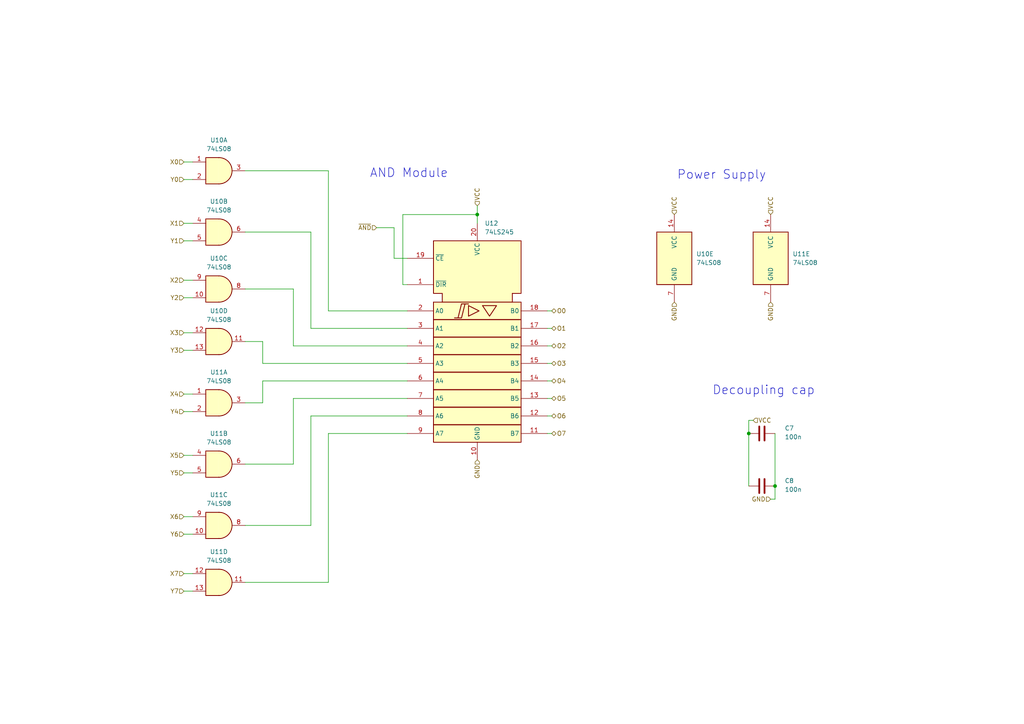
<source format=kicad_sch>
(kicad_sch (version 20250114) (generator "eeschema") (generator_version "9.0")
  (paper "A4")
  (lib_symbols
    (symbol "74xx:74LS08" (pin_names (offset 1.016))
      (property "Reference" "U" (at 0 1.27 0))
      (property "Value" "74LS08" (at 0 -1.27 0))
      (symbol "74LS08_1_1"
        (arc (start 0 3.81) (mid 3.7934 0) (end 0 -3.81) (stroke (width 0.254)) (fill (type background)))
        (polyline (pts (xy 0 3.81) (xy -3.81 3.81) (xy -3.81 -3.81) (xy 0 -3.81)) (stroke (width 0.254)) (fill (type background)))
        (pin input line (at -7.62 2.54 0) (length 3.81) (name "~") (number "1"))
        (pin input line (at -7.62 -2.54 0) (length 3.81) (name "~") (number "2"))
        (pin output line (at 7.62 0 180) (length 3.81) (name "~") (number "3"))
      )
      (symbol "74LS08_1_2"
        (arc (start -3.81 3.81) (mid -2.589 0) (end -3.81 -3.81) (stroke (width 0.254)))
        (polyline (pts (xy -3.81 3.81) (xy -0.635 3.81)) (stroke (width 0.254)) (fill (type background)))
        (polyline (pts (xy -3.81 -3.81) (xy -0.635 -3.81)) (stroke (width 0.254)) (fill (type background)))
        (arc (start 3.81 0) (mid 2.1855 -2.584) (end -0.6096 -3.81) (stroke (width 0.254)) (fill (type background)))
        (arc (start -0.6096 3.81) (mid 2.1928 2.5924) (end 3.81 0) (stroke (width 0.254)) (fill (type background)))
        (polyline (pts (xy -0.635 3.81) (xy -3.81 3.81) (xy -3.81 3.81) (xy -3.556 3.4036) (xy -3.0226 2.2606) (xy -2.6924 1.0414) (xy -2.6162 -0.254) (xy -2.7686 -1.4986) (xy -3.175 -2.7178) (xy -3.81 -3.81) (xy -3.81 -3.81) (xy -0.635 -3.81)) (stroke (width -25.4)) (fill (type background)))
        (pin input inverted (at -7.62 2.54 0) (length 4.318) (name "~") (number "1"))
        (pin input inverted (at -7.62 -2.54 0) (length 4.318) (name "~") (number "2"))
        (pin output inverted (at 7.62 0 180) (length 3.81) (name "~") (number "3"))
      )
      (symbol "74LS08_2_1"
        (arc (start 0 3.81) (mid 3.7934 0) (end 0 -3.81) (stroke (width 0.254)) (fill (type background)))
        (polyline (pts (xy 0 3.81) (xy -3.81 3.81) (xy -3.81 -3.81) (xy 0 -3.81)) (stroke (width 0.254)) (fill (type background)))
        (pin input line (at -7.62 2.54 0) (length 3.81) (name "~") (number "4"))
        (pin input line (at -7.62 -2.54 0) (length 3.81) (name "~") (number "5"))
        (pin output line (at 7.62 0 180) (length 3.81) (name "~") (number "6"))
      )
      (symbol "74LS08_2_2"
        (arc (start -3.81 3.81) (mid -2.589 0) (end -3.81 -3.81) (stroke (width 0.254)))
        (polyline (pts (xy -3.81 3.81) (xy -0.635 3.81)) (stroke (width 0.254)) (fill (type background)))
        (polyline (pts (xy -3.81 -3.81) (xy -0.635 -3.81)) (stroke (width 0.254)) (fill (type background)))
        (arc (start 3.81 0) (mid 2.1855 -2.584) (end -0.6096 -3.81) (stroke (width 0.254)) (fill (type background)))
        (arc (start -0.6096 3.81) (mid 2.1928 2.5924) (end 3.81 0) (stroke (width 0.254)) (fill (type background)))
        (polyline (pts (xy -0.635 3.81) (xy -3.81 3.81) (xy -3.81 3.81) (xy -3.556 3.4036) (xy -3.0226 2.2606) (xy -2.6924 1.0414) (xy -2.6162 -0.254) (xy -2.7686 -1.4986) (xy -3.175 -2.7178) (xy -3.81 -3.81) (xy -3.81 -3.81) (xy -0.635 -3.81)) (stroke (width -25.4)) (fill (type background)))
        (pin input inverted (at -7.62 2.54 0) (length 4.318) (name "~") (number "4"))
        (pin input inverted (at -7.62 -2.54 0) (length 4.318) (name "~") (number "5"))
        (pin output inverted (at 7.62 0 180) (length 3.81) (name "~") (number "6"))
      )
      (symbol "74LS08_3_1"
        (arc (start 0 3.81) (mid 3.7934 0) (end 0 -3.81) (stroke (width 0.254)) (fill (type background)))
        (polyline (pts (xy 0 3.81) (xy -3.81 3.81) (xy -3.81 -3.81) (xy 0 -3.81)) (stroke (width 0.254)) (fill (type background)))
        (pin input line (at -7.62 2.54 0) (length 3.81) (name "~") (number "9"))
        (pin input line (at -7.62 -2.54 0) (length 3.81) (name "~") (number "10"))
        (pin output line (at 7.62 0 180) (length 3.81) (name "~") (number "8"))
      )
      (symbol "74LS08_3_2"
        (arc (start -3.81 3.81) (mid -2.589 0) (end -3.81 -3.81) (stroke (width 0.254)))
        (polyline (pts (xy -3.81 3.81) (xy -0.635 3.81)) (stroke (width 0.254)) (fill (type background)))
        (polyline (pts (xy -3.81 -3.81) (xy -0.635 -3.81)) (stroke (width 0.254)) (fill (type background)))
        (arc (start 3.81 0) (mid 2.1855 -2.584) (end -0.6096 -3.81) (stroke (width 0.254)) (fill (type background)))
        (arc (start -0.6096 3.81) (mid 2.1928 2.5924) (end 3.81 0) (stroke (width 0.254)) (fill (type background)))
        (polyline (pts (xy -0.635 3.81) (xy -3.81 3.81) (xy -3.81 3.81) (xy -3.556 3.4036) (xy -3.0226 2.2606) (xy -2.6924 1.0414) (xy -2.6162 -0.254) (xy -2.7686 -1.4986) (xy -3.175 -2.7178) (xy -3.81 -3.81) (xy -3.81 -3.81) (xy -0.635 -3.81)) (stroke (width -25.4)) (fill (type background)))
        (pin input inverted (at -7.62 2.54 0) (length 4.318) (name "~") (number "9"))
        (pin input inverted (at -7.62 -2.54 0) (length 4.318) (name "~") (number "10"))
        (pin output inverted (at 7.62 0 180) (length 3.81) (name "~") (number "8"))
      )
      (symbol "74LS08_4_1"
        (arc (start 0 3.81) (mid 3.7934 0) (end 0 -3.81) (stroke (width 0.254)) (fill (type background)))
        (polyline (pts (xy 0 3.81) (xy -3.81 3.81) (xy -3.81 -3.81) (xy 0 -3.81)) (stroke (width 0.254)) (fill (type background)))
        (pin input line (at -7.62 2.54 0) (length 3.81) (name "~") (number "12"))
        (pin input line (at -7.62 -2.54 0) (length 3.81) (name "~") (number "13"))
        (pin output line (at 7.62 0 180) (length 3.81) (name "~") (number "11"))
      )
      (symbol "74LS08_4_2"
        (arc (start -3.81 3.81) (mid -2.589 0) (end -3.81 -3.81) (stroke (width 0.254)))
        (polyline (pts (xy -3.81 3.81) (xy -0.635 3.81)) (stroke (width 0.254)) (fill (type background)))
        (polyline (pts (xy -3.81 -3.81) (xy -0.635 -3.81)) (stroke (width 0.254)) (fill (type background)))
        (arc (start 3.81 0) (mid 2.1855 -2.584) (end -0.6096 -3.81) (stroke (width 0.254)) (fill (type background)))
        (arc (start -0.6096 3.81) (mid 2.1928 2.5924) (end 3.81 0) (stroke (width 0.254)) (fill (type background)))
        (polyline (pts (xy -0.635 3.81) (xy -3.81 3.81) (xy -3.81 3.81) (xy -3.556 3.4036) (xy -3.0226 2.2606) (xy -2.6924 1.0414) (xy -2.6162 -0.254) (xy -2.7686 -1.4986) (xy -3.175 -2.7178) (xy -3.81 -3.81) (xy -3.81 -3.81) (xy -0.635 -3.81)) (stroke (width -25.4)) (fill (type background)))
        (pin input inverted (at -7.62 2.54 0) (length 4.318) (name "~") (number "12"))
        (pin input inverted (at -7.62 -2.54 0) (length 4.318) (name "~") (number "13"))
        (pin output inverted (at 7.62 0 180) (length 3.81) (name "~") (number "11"))
      )
      (symbol "74LS08_5_0"
        (pin power_in line (at 0 12.7 270) (length 5.08) (name "VCC") (number "14"))
        (pin power_in line (at 0 -12.7 90) (length 5.08) (name "GND") (number "7"))
      )
      (symbol "74LS08_5_1"
        (rectangle (start -5.08 7.62) (end 5.08 -7.62) (stroke (width 0.254)) (fill (type background)))
      )
    )
    (symbol "74xx_IEEE:74LS245"
      (property "Reference" "U" (at 15.24 25.4 0))
      (property "Value" "74LS245" (at 5.08 -30.48 0))
      (symbol "74LS245_0_0"
        (polyline (pts (xy -6.604 10.668) (xy -4.572 10.668) (xy -3.556 14.732) (xy -2.54 14.732) (xy -4.572 14.732) (xy -5.588 10.668) (xy -5.588 10.668)) (stroke (width 0.254)) (fill (type background)))
        (polyline (pts (xy -2.54 14.224) (xy -2.54 11.176) (xy 0.508 12.7) (xy -2.54 14.224) (xy -2.54 14.224)) (stroke (width 0.254)) (fill (type background)))
        (polyline (pts (xy 1.524 14.224) (xy 5.588 14.224) (xy 3.556 11.176) (xy 1.524 14.224) (xy 1.524 14.224)) (stroke (width 0.254)) (fill (type background)))
        (pin power_in line (at 0 38.1 270) (length 5.08) (name "VCC") (number "20"))
        (pin power_in line (at 0 -30.48 90) (length 5.08) (name "GND") (number "10"))
      )
      (symbol "74LS245_0_1"
        (rectangle (start -12.7 15.24) (end 12.7 10.16) (stroke (width 0.254)) (fill (type background)))
        (rectangle (start -12.7 10.16) (end 12.7 5.08) (stroke (width 0.254)) (fill (type background)))
        (rectangle (start -12.7 5.08) (end 12.7 0) (stroke (width 0.254)) (fill (type background)))
        (rectangle (start -12.7 0) (end 12.7 -5.08) (stroke (width 0.254)) (fill (type background)))
        (rectangle (start -12.7 -5.08) (end 12.7 -10.16) (stroke (width 0.254)) (fill (type background)))
        (rectangle (start -12.7 -10.16) (end 12.7 -15.24) (stroke (width 0.254)) (fill (type background)))
        (rectangle (start -12.7 -15.24) (end 12.7 -20.32) (stroke (width 0.254)) (fill (type background)))
        (rectangle (start -12.7 -20.32) (end 12.7 -25.4) (stroke (width 0.254)) (fill (type background)))
        (polyline (pts (xy -10.16 15.24) (xy -10.16 17.78) (xy -12.7 17.78) (xy -12.7 33.02) (xy 12.7 33.02) (xy 12.7 17.78) (xy 10.16 17.78) (xy 10.16 15.24) (xy 10.16 15.24)) (stroke (width 0.254)) (fill (type background)))
      )
      (symbol "74LS245_1_1"
        (pin input line (at -20.32 27.94 0) (length 7.62) (name "~{CE}") (number "19"))
        (pin input line (at -20.32 20.32 0) (length 7.62) (name "~{DIR}") (number "1"))
        (pin tri_state line (at -20.32 12.7 0) (length 7.62) (name "A0") (number "2"))
        (pin tri_state line (at -20.32 7.62 0) (length 7.62) (name "A1") (number "3"))
        (pin tri_state line (at -20.32 2.54 0) (length 7.62) (name "A2") (number "4"))
        (pin tri_state line (at -20.32 -2.54 0) (length 7.62) (name "A3") (number "5"))
        (pin tri_state line (at -20.32 -7.62 0) (length 7.62) (name "A4") (number "6"))
        (pin tri_state line (at -20.32 -12.7 0) (length 7.62) (name "A5") (number "7"))
        (pin tri_state line (at -20.32 -17.78 0) (length 7.62) (name "A6") (number "8"))
        (pin tri_state line (at -20.32 -22.86 0) (length 7.62) (name "A7") (number "9"))
        (pin tri_state line (at 20.32 12.7 180) (length 7.62) (name "B0") (number "18"))
        (pin tri_state line (at 20.32 7.62 180) (length 7.62) (name "B1") (number "17"))
        (pin tri_state line (at 20.32 2.54 180) (length 7.62) (name "B2") (number "16"))
        (pin tri_state line (at 20.32 -2.54 180) (length 7.62) (name "B3") (number "15"))
        (pin tri_state line (at 20.32 -7.62 180) (length 7.62) (name "B4") (number "14"))
        (pin tri_state line (at 20.32 -12.7 180) (length 7.62) (name "B5") (number "13"))
        (pin tri_state line (at 20.32 -17.78 180) (length 7.62) (name "B6") (number "12"))
        (pin tri_state line (at 20.32 -22.86 180) (length 7.62) (name "B7") (number "11"))
      )
    )
    (symbol "Device:C" (pin_numbers (hide yes)) (pin_names (offset 0.254))
      (property "Reference" "C" (at 0.635 2.54 0))
      (property "Value" "C" (at 0.635 -2.54 0))
      (symbol "C_0_1"
        (polyline (pts (xy -2.032 0.762) (xy 2.032 0.762)) (stroke (width 0.508)))
        (polyline (pts (xy -2.032 -0.762) (xy 2.032 -0.762)) (stroke (width 0.508)))
      )
      (symbol "C_1_1"
        (pin passive line (at 0 3.81 270) (length 2.794) (name "~") (number "1"))
        (pin passive line (at 0 -3.81 90) (length 2.794) (name "~") (number "2"))
      )
    )
  )
  (text "AND Module" (at 118.618 50.292 0) (effects (font (size 2.54 2.54))))
  (text "Power Supply" (at 209.296 50.8 0) (effects (font (size 2.54 2.54))))
  (text "Decoupling cap" (at 221.488 113.284 0) (effects (font (size 2.54 2.54))))
  (junction (at 224.79 140.97))
  (junction (at 138.43 62.23))
  (junction (at 217.17 125.73))
  (wire (pts (xy 53.34 46.99) (xy 55.88 46.99)))
  (wire (pts (xy 85.09 100.33) (xy 118.11 100.33)))
  (wire (pts (xy 53.34 81.28) (xy 55.88 81.28)))
  (wire (pts (xy 116.84 62.23) (xy 138.43 62.23)))
  (wire (pts (xy 158.75 105.41) (xy 160.02 105.41)))
  (wire (pts (xy 95.25 125.73) (xy 118.11 125.73)))
  (wire (pts (xy 53.34 69.85) (xy 55.88 69.85)))
  (wire (pts (xy 158.75 90.17) (xy 160.02 90.17)))
  (wire (pts (xy 158.75 110.49) (xy 160.02 110.49)))
  (wire (pts (xy 158.75 125.73) (xy 160.02 125.73)))
  (wire (pts (xy 114.3 66.04) (xy 114.3 74.93)))
  (wire (pts (xy 53.34 114.3) (xy 55.88 114.3)))
  (wire (pts (xy 53.34 96.52) (xy 55.88 96.52)))
  (wire (pts (xy 71.12 116.84) (xy 76.2 116.84)))
  (wire (pts (xy 116.84 62.23) (xy 116.84 82.55)))
  (wire (pts (xy 71.12 152.4) (xy 90.17 152.4)))
  (wire (pts (xy 71.12 168.91) (xy 95.25 168.91)))
  (wire (pts (xy 217.17 125.73) (xy 217.17 140.97)))
  (wire (pts (xy 53.34 137.16) (xy 55.88 137.16)))
  (wire (pts (xy 217.17 121.92) (xy 217.17 125.73)))
  (wire (pts (xy 95.25 168.91) (xy 95.25 125.73)))
  (wire (pts (xy 114.3 74.93) (xy 118.11 74.93)))
  (wire (pts (xy 71.12 134.62) (xy 85.09 134.62)))
  (wire (pts (xy 218.44 121.92) (xy 217.17 121.92)))
  (wire (pts (xy 158.75 120.65) (xy 160.02 120.65)))
  (wire (pts (xy 95.25 49.53) (xy 95.25 90.17)))
  (wire (pts (xy 109.22 66.04) (xy 114.3 66.04)))
  (wire (pts (xy 53.34 64.77) (xy 55.88 64.77)))
  (wire (pts (xy 76.2 116.84) (xy 76.2 110.49)))
  (wire (pts (xy 53.34 171.45) (xy 55.88 171.45)))
  (wire (pts (xy 85.09 115.57) (xy 118.11 115.57)))
  (wire (pts (xy 90.17 120.65) (xy 90.17 152.4)))
  (wire (pts (xy 116.84 82.55) (xy 118.11 82.55)))
  (wire (pts (xy 71.12 99.06) (xy 76.2 99.06)))
  (wire (pts (xy 53.34 132.08) (xy 55.88 132.08)))
  (wire (pts (xy 224.79 140.97) (xy 224.79 144.78)))
  (wire (pts (xy 138.43 62.23) (xy 138.43 64.77)))
  (wire (pts (xy 53.34 166.37) (xy 55.88 166.37)))
  (wire (pts (xy 138.43 59.69) (xy 138.43 62.23)))
  (wire (pts (xy 53.34 119.38) (xy 55.88 119.38)))
  (wire (pts (xy 90.17 95.25) (xy 90.17 67.31)))
  (wire (pts (xy 224.79 125.73) (xy 224.79 140.97)))
  (wire (pts (xy 118.11 95.25) (xy 90.17 95.25)))
  (wire (pts (xy 85.09 134.62) (xy 85.09 115.57)))
  (wire (pts (xy 95.25 90.17) (xy 118.11 90.17)))
  (wire (pts (xy 76.2 105.41) (xy 118.11 105.41)))
  (wire (pts (xy 76.2 99.06) (xy 76.2 105.41)))
  (wire (pts (xy 71.12 49.53) (xy 95.25 49.53)))
  (wire (pts (xy 71.12 83.82) (xy 85.09 83.82)))
  (wire (pts (xy 118.11 120.65) (xy 90.17 120.65)))
  (wire (pts (xy 53.34 52.07) (xy 55.88 52.07)))
  (wire (pts (xy 76.2 110.49) (xy 118.11 110.49)))
  (wire (pts (xy 85.09 83.82) (xy 85.09 100.33)))
  (wire (pts (xy 53.34 86.36) (xy 55.88 86.36)))
  (wire (pts (xy 223.52 144.78) (xy 224.79 144.78)))
  (wire (pts (xy 158.75 115.57) (xy 160.02 115.57)))
  (wire (pts (xy 53.34 101.6) (xy 55.88 101.6)))
  (wire (pts (xy 71.12 67.31) (xy 90.17 67.31)))
  (wire (pts (xy 53.34 154.94) (xy 55.88 154.94)))
  (wire (pts (xy 53.34 149.86) (xy 55.88 149.86)))
  (wire (pts (xy 158.75 100.33) (xy 160.02 100.33)))
  (wire (pts (xy 158.75 95.25) (xy 160.02 95.25)))
  (hierarchical_label "O7" (shape tri_state) (at 160.02 125.73 0))
  (hierarchical_label "Y4" (shape input) (at 53.34 119.38 180))
  (hierarchical_label "GND" (shape input) (at 223.52 87.63 270))
  (hierarchical_label "X5" (shape input) (at 53.34 132.08 180))
  (hierarchical_label "Y2" (shape input) (at 53.34 86.36 180))
  (hierarchical_label "Y5" (shape input) (at 53.34 137.16 180))
  (hierarchical_label "GND" (shape input) (at 195.58 87.63 270))
  (hierarchical_label "X6" (shape input) (at 53.34 149.86 180))
  (hierarchical_label "~{AND}" (shape input) (at 109.22 66.04 180))
  (hierarchical_label "Y0" (shape input) (at 53.34 52.07 180))
  (hierarchical_label "VCC" (shape input) (at 218.44 121.92 0))
  (hierarchical_label "Y7" (shape input) (at 53.34 171.45 180))
  (hierarchical_label "X4" (shape input) (at 53.34 114.3 180))
  (hierarchical_label "X0" (shape input) (at 53.34 46.99 180))
  (hierarchical_label "X2" (shape input) (at 53.34 81.28 180))
  (hierarchical_label "X1" (shape input) (at 53.34 64.77 180))
  (hierarchical_label "O1" (shape tri_state) (at 160.02 95.25 0))
  (hierarchical_label "O5" (shape tri_state) (at 160.02 115.57 0))
  (hierarchical_label "GND" (shape input) (at 138.43 133.35 270))
  (hierarchical_label "X3" (shape input) (at 53.34 96.52 180))
  (hierarchical_label "O6" (shape tri_state) (at 160.02 120.65 0))
  (hierarchical_label "O4" (shape tri_state) (at 160.02 110.49 0))
  (hierarchical_label "VCC" (shape input) (at 223.52 62.23 90))
  (hierarchical_label "VCC" (shape input) (at 195.58 62.23 90))
  (hierarchical_label "Y3" (shape input) (at 53.34 101.6 180))
  (hierarchical_label "O3" (shape tri_state) (at 160.02 105.41 0))
  (hierarchical_label "GND" (shape input) (at 223.52 144.78 180))
  (hierarchical_label "O0" (shape tri_state) (at 160.02 90.17 0))
  (hierarchical_label "VCC" (shape input) (at 138.43 59.69 90))
  (hierarchical_label "X7" (shape input) (at 53.34 166.37 180))
  (hierarchical_label "O2" (shape tri_state) (at 160.02 100.33 0))
  (hierarchical_label "Y1" (shape input) (at 53.34 69.85 180))
  (hierarchical_label "Y6" (shape input) (at 53.34 154.94 180))
  (symbol (lib_id "74xx:74LS08") (at 63.5 83.82 0) (unit 3)
    (property "Reference" "U10" (at 63.4917 74.93 0))
    (property "Value" "74LS08" (at 63.4917 77.47 0))
    (property "Footprint" "Package_DIP:DIP-14_W7.62mm" (effects (hide yes)))
    (property "Datasheet" "http://www.ti.com/lit/gpn/sn74LS08" (effects (hide yes)))
    (property "Description" "Quad And2" (effects (hide yes)))
  )
  (symbol (lib_id "74xx:74LS08") (at 63.5 168.91 0) (unit 4)
    (property "Reference" "U11" (at 63.4917 160.02 0))
    (property "Value" "74LS08" (at 63.4917 162.56 0))
    (property "Footprint" "Package_DIP:DIP-14_W7.62mm" (effects (hide yes)))
    (property "Datasheet" "http://www.ti.com/lit/gpn/sn74LS08" (effects (hide yes)))
    (property "Description" "Quad And2" (effects (hide yes)))
  )
  (symbol (lib_id "74xx:74LS08") (at 223.52 74.93 0) (unit 5)
    (property "Reference" "U11" (at 229.87 73.6599 0) (effects (justify left)))
    (property "Value" "74LS08" (at 229.87 76.1999 0) (effects (justify left)))
    (property "Footprint" "Package_DIP:DIP-14_W7.62mm" (effects (hide yes)))
    (property "Datasheet" "http://www.ti.com/lit/gpn/sn74LS08" (effects (hide yes)))
    (property "Description" "Quad And2" (effects (hide yes)))
  )
  (symbol (lib_id "74xx:74LS08") (at 63.5 116.84 0) (unit 1)
    (property "Reference" "U11" (at 63.4917 107.95 0))
    (property "Value" "74LS08" (at 63.4917 110.49 0))
    (property "Footprint" "Package_DIP:DIP-14_W7.62mm" (effects (hide yes)))
    (property "Datasheet" "http://www.ti.com/lit/gpn/sn74LS08" (effects (hide yes)))
    (property "Description" "Quad And2" (effects (hide yes)))
  )
  (symbol (lib_id "74xx:74LS08") (at 63.5 152.4 0) (unit 3)
    (property "Reference" "U11" (at 63.4917 143.51 0))
    (property "Value" "74LS08" (at 63.4917 146.05 0))
    (property "Footprint" "Package_DIP:DIP-14_W7.62mm" (effects (hide yes)))
    (property "Datasheet" "http://www.ti.com/lit/gpn/sn74LS08" (effects (hide yes)))
    (property "Description" "Quad And2" (effects (hide yes)))
  )
  (symbol (lib_id "74xx:74LS08") (at 63.5 49.53 0) (unit 1)
    (property "Reference" "U10" (at 63.4917 40.64 0))
    (property "Value" "74LS08" (at 63.4917 43.18 0))
    (property "Footprint" "Package_DIP:DIP-14_W7.62mm" (effects (hide yes)))
    (property "Datasheet" "http://www.ti.com/lit/gpn/sn74LS08" (effects (hide yes)))
    (property "Description" "Quad And2" (effects (hide yes)))
  )
  (symbol (lib_id "Device:C") (at 220.98 140.97 90) (unit 1)
    (property "Reference" "C8" (at 227.584 139.446 90) (effects (justify right)))
    (property "Value" "100n" (at 227.584 141.986 90) (effects (justify right)))
    (property "Footprint" "Capacitor_THT:C_Disc_D3.0mm_W1.6mm_P2.50mm" (effects (hide yes)))
    (property "Description" "Unpolarized capacitor" (effects (hide yes)))
  )
  (symbol (lib_id "74xx:74LS08") (at 63.5 99.06 0) (unit 4)
    (property "Reference" "U10" (at 63.4917 90.17 0))
    (property "Value" "74LS08" (at 63.4917 92.71 0))
    (property "Footprint" "Package_DIP:DIP-14_W7.62mm" (effects (hide yes)))
    (property "Datasheet" "http://www.ti.com/lit/gpn/sn74LS08" (effects (hide yes)))
    (property "Description" "Quad And2" (effects (hide yes)))
  )
  (symbol (lib_id "74xx:74LS08") (at 195.58 74.93 0) (unit 5)
    (property "Reference" "U10" (at 201.93 73.6599 0) (effects (justify left)))
    (property "Value" "74LS08" (at 201.93 76.1999 0) (effects (justify left)))
    (property "Footprint" "Package_DIP:DIP-14_W7.62mm" (effects (hide yes)))
    (property "Datasheet" "http://www.ti.com/lit/gpn/sn74LS08" (effects (hide yes)))
    (property "Description" "Quad And2" (effects (hide yes)))
  )
  (symbol (lib_id "74xx:74LS08") (at 63.5 134.62 0) (unit 2)
    (property "Reference" "U11" (at 63.4917 125.73 0))
    (property "Value" "74LS08" (at 63.4917 128.27 0))
    (property "Footprint" "Package_DIP:DIP-14_W7.62mm" (effects (hide yes)))
    (property "Datasheet" "http://www.ti.com/lit/gpn/sn74LS08" (effects (hide yes)))
    (property "Description" "Quad And2" (effects (hide yes)))
  )
  (symbol (lib_id "Device:C") (at 220.98 125.73 90) (unit 1)
    (property "Reference" "C7" (at 227.584 124.206 90) (effects (justify right)))
    (property "Value" "100n" (at 227.584 126.746 90) (effects (justify right)))
    (property "Footprint" "Capacitor_THT:C_Disc_D3.0mm_W1.6mm_P2.50mm" (effects (hide yes)))
    (property "Description" "Unpolarized capacitor" (effects (hide yes)))
  )
  (symbol (lib_id "74xx_IEEE:74LS245") (at 138.43 102.87 0) (unit 1)
    (property "Reference" "U12" (at 140.5733 64.77 0) (effects (justify left)))
    (property "Value" "74LS245" (at 140.5733 67.31 0) (effects (justify left)))
    (property "Footprint" "Package_DIP:DIP-20_W7.62mm" (effects (hide yes)))
  )
  (symbol (lib_id "74xx:74LS08") (at 63.5 67.31 0) (unit 2)
    (property "Reference" "U10" (at 63.4917 58.42 0))
    (property "Value" "74LS08" (at 63.4917 60.96 0))
    (property "Footprint" "Package_DIP:DIP-14_W7.62mm" (effects (hide yes)))
    (property "Datasheet" "http://www.ti.com/lit/gpn/sn74LS08" (effects (hide yes)))
    (property "Description" "Quad And2" (effects (hide yes)))
  )
)
</source>
